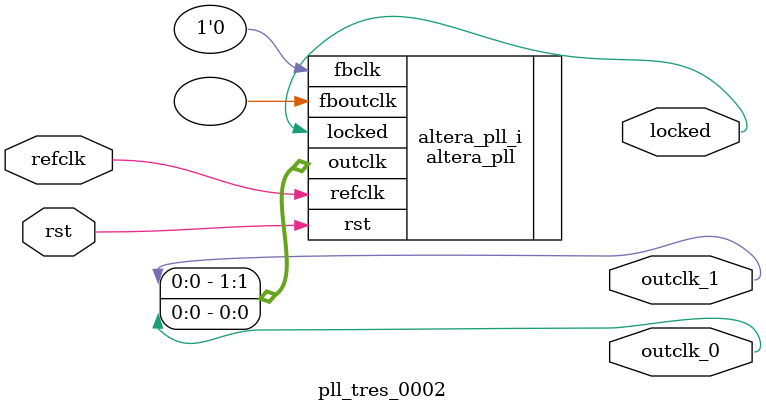
<source format=v>
`timescale 1ns/10ps
module  pll_tres_0002(

	// interface 'refclk'
	input wire refclk,

	// interface 'reset'
	input wire rst,

	// interface 'outclk0'
	output wire outclk_0,

	// interface 'outclk1'
	output wire outclk_1,

	// interface 'locked'
	output wire locked
);

	altera_pll #(
		.fractional_vco_multiplier("false"),
		.reference_clock_frequency("50.0 MHz"),
		.operation_mode("direct"),
		.number_of_clocks(2),
		.output_clock_frequency0("50.000000 MHz"),
		.phase_shift0("0 ps"),
		.duty_cycle0(50),
		.output_clock_frequency1("50.000000 MHz"),
		.phase_shift1("-2500 ps"),
		.duty_cycle1(50),
		.output_clock_frequency2("0 MHz"),
		.phase_shift2("0 ps"),
		.duty_cycle2(50),
		.output_clock_frequency3("0 MHz"),
		.phase_shift3("0 ps"),
		.duty_cycle3(50),
		.output_clock_frequency4("0 MHz"),
		.phase_shift4("0 ps"),
		.duty_cycle4(50),
		.output_clock_frequency5("0 MHz"),
		.phase_shift5("0 ps"),
		.duty_cycle5(50),
		.output_clock_frequency6("0 MHz"),
		.phase_shift6("0 ps"),
		.duty_cycle6(50),
		.output_clock_frequency7("0 MHz"),
		.phase_shift7("0 ps"),
		.duty_cycle7(50),
		.output_clock_frequency8("0 MHz"),
		.phase_shift8("0 ps"),
		.duty_cycle8(50),
		.output_clock_frequency9("0 MHz"),
		.phase_shift9("0 ps"),
		.duty_cycle9(50),
		.output_clock_frequency10("0 MHz"),
		.phase_shift10("0 ps"),
		.duty_cycle10(50),
		.output_clock_frequency11("0 MHz"),
		.phase_shift11("0 ps"),
		.duty_cycle11(50),
		.output_clock_frequency12("0 MHz"),
		.phase_shift12("0 ps"),
		.duty_cycle12(50),
		.output_clock_frequency13("0 MHz"),
		.phase_shift13("0 ps"),
		.duty_cycle13(50),
		.output_clock_frequency14("0 MHz"),
		.phase_shift14("0 ps"),
		.duty_cycle14(50),
		.output_clock_frequency15("0 MHz"),
		.phase_shift15("0 ps"),
		.duty_cycle15(50),
		.output_clock_frequency16("0 MHz"),
		.phase_shift16("0 ps"),
		.duty_cycle16(50),
		.output_clock_frequency17("0 MHz"),
		.phase_shift17("0 ps"),
		.duty_cycle17(50),
		.pll_type("General"),
		.pll_subtype("General")
	) altera_pll_i (
		.rst	(rst),
		.outclk	({outclk_1, outclk_0}),
		.locked	(locked),
		.fboutclk	( ),
		.fbclk	(1'b0),
		.refclk	(refclk)
	);
endmodule


</source>
